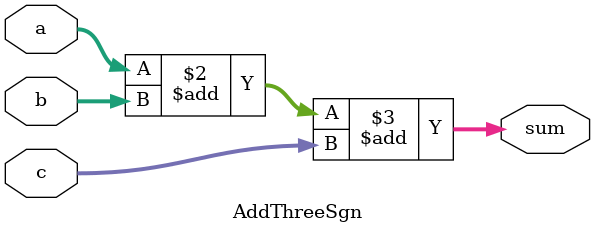
<source format=sv>

module AddThreeSgn 
#(
    // Parameterized width for the inputs and output
    parameter BW = 8
)
(
    input logic  signed [BW-1:0] a,
    input logic  signed [BW-1:0] b,
    input logic  signed [BW-1:0] c,
    output logic signed  [BW:0]  sum
);

    always_comb begin
        sum = a + b + c; // Adding 3 to the sum of a, b, and c
    end
endmodule

</source>
